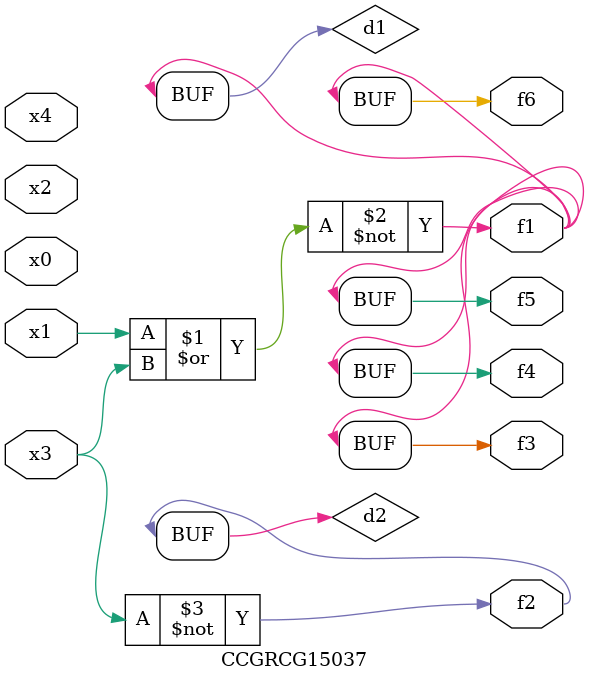
<source format=v>
module CCGRCG15037(
	input x0, x1, x2, x3, x4,
	output f1, f2, f3, f4, f5, f6
);

	wire d1, d2;

	nor (d1, x1, x3);
	not (d2, x3);
	assign f1 = d1;
	assign f2 = d2;
	assign f3 = d1;
	assign f4 = d1;
	assign f5 = d1;
	assign f6 = d1;
endmodule

</source>
